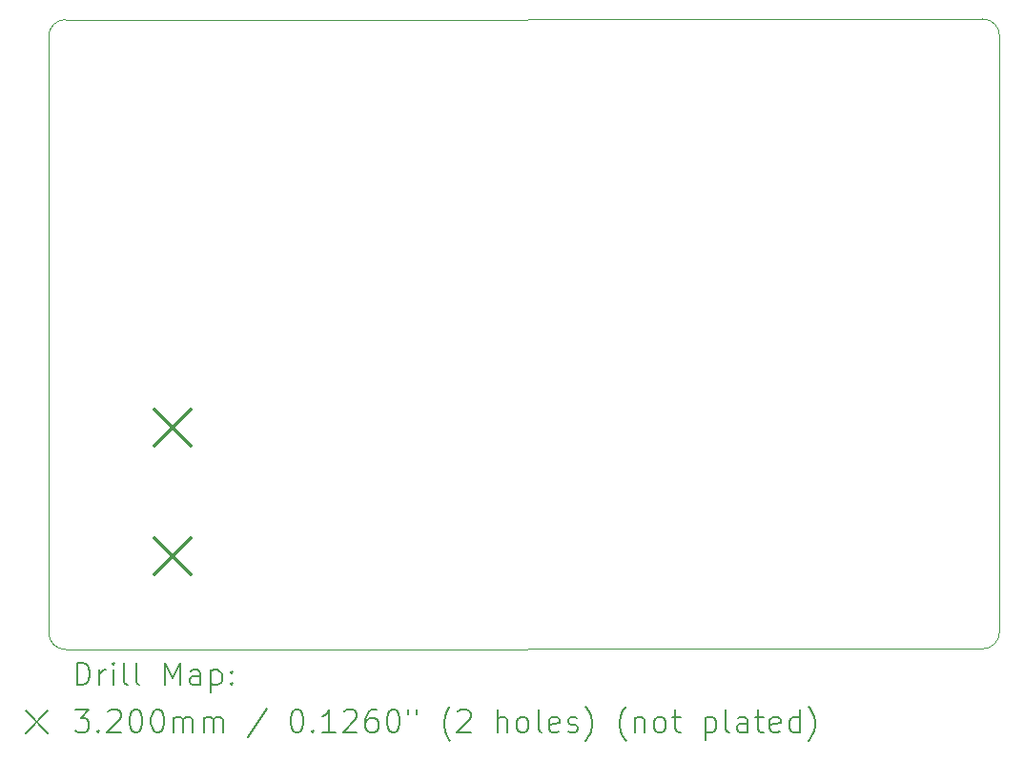
<source format=gbr>
%TF.GenerationSoftware,KiCad,Pcbnew,(6.0.7)*%
%TF.CreationDate,2022-10-09T17:30:23-05:00*%
%TF.ProjectId,ScareBanger_PCB,53636172-6542-4616-9e67-65725f504342,rev?*%
%TF.SameCoordinates,Original*%
%TF.FileFunction,Drillmap*%
%TF.FilePolarity,Positive*%
%FSLAX45Y45*%
G04 Gerber Fmt 4.5, Leading zero omitted, Abs format (unit mm)*
G04 Created by KiCad (PCBNEW (6.0.7)) date 2022-10-09 17:30:23*
%MOMM*%
%LPD*%
G01*
G04 APERTURE LIST*
%ADD10C,0.100000*%
%ADD11C,0.200000*%
%ADD12C,0.320000*%
G04 APERTURE END LIST*
D10*
X18543934Y-8743934D02*
G75*
G03*
X18393934Y-8593934I-150000J0D01*
G01*
X10100000Y-14050000D02*
G75*
G03*
X10250000Y-14200000I150000J0D01*
G01*
X18393934Y-14193934D02*
X10250000Y-14200000D01*
X10100000Y-14050000D02*
X10100000Y-8750000D01*
X10250000Y-8600000D02*
X18393934Y-8593934D01*
X10250000Y-8600000D02*
G75*
G03*
X10100000Y-8750000I0J-150000D01*
G01*
X18393934Y-14193934D02*
G75*
G03*
X18543934Y-14043934I0J150000D01*
G01*
X18543934Y-8743934D02*
X18543934Y-14043934D01*
D11*
D12*
X11043400Y-12070100D02*
X11363400Y-12390100D01*
X11363400Y-12070100D02*
X11043400Y-12390100D01*
X11043400Y-13213100D02*
X11363400Y-13533100D01*
X11363400Y-13213100D02*
X11043400Y-13533100D01*
D11*
X10352619Y-14515476D02*
X10352619Y-14315476D01*
X10400238Y-14315476D01*
X10428810Y-14325000D01*
X10447857Y-14344048D01*
X10457381Y-14363095D01*
X10466905Y-14401190D01*
X10466905Y-14429762D01*
X10457381Y-14467857D01*
X10447857Y-14486905D01*
X10428810Y-14505952D01*
X10400238Y-14515476D01*
X10352619Y-14515476D01*
X10552619Y-14515476D02*
X10552619Y-14382143D01*
X10552619Y-14420238D02*
X10562143Y-14401190D01*
X10571667Y-14391667D01*
X10590714Y-14382143D01*
X10609762Y-14382143D01*
X10676429Y-14515476D02*
X10676429Y-14382143D01*
X10676429Y-14315476D02*
X10666905Y-14325000D01*
X10676429Y-14334524D01*
X10685952Y-14325000D01*
X10676429Y-14315476D01*
X10676429Y-14334524D01*
X10800238Y-14515476D02*
X10781190Y-14505952D01*
X10771667Y-14486905D01*
X10771667Y-14315476D01*
X10905000Y-14515476D02*
X10885952Y-14505952D01*
X10876429Y-14486905D01*
X10876429Y-14315476D01*
X11133571Y-14515476D02*
X11133571Y-14315476D01*
X11200238Y-14458333D01*
X11266905Y-14315476D01*
X11266905Y-14515476D01*
X11447857Y-14515476D02*
X11447857Y-14410714D01*
X11438333Y-14391667D01*
X11419286Y-14382143D01*
X11381190Y-14382143D01*
X11362143Y-14391667D01*
X11447857Y-14505952D02*
X11428809Y-14515476D01*
X11381190Y-14515476D01*
X11362143Y-14505952D01*
X11352619Y-14486905D01*
X11352619Y-14467857D01*
X11362143Y-14448809D01*
X11381190Y-14439286D01*
X11428809Y-14439286D01*
X11447857Y-14429762D01*
X11543095Y-14382143D02*
X11543095Y-14582143D01*
X11543095Y-14391667D02*
X11562143Y-14382143D01*
X11600238Y-14382143D01*
X11619286Y-14391667D01*
X11628809Y-14401190D01*
X11638333Y-14420238D01*
X11638333Y-14477381D01*
X11628809Y-14496428D01*
X11619286Y-14505952D01*
X11600238Y-14515476D01*
X11562143Y-14515476D01*
X11543095Y-14505952D01*
X11724048Y-14496428D02*
X11733571Y-14505952D01*
X11724048Y-14515476D01*
X11714524Y-14505952D01*
X11724048Y-14496428D01*
X11724048Y-14515476D01*
X11724048Y-14391667D02*
X11733571Y-14401190D01*
X11724048Y-14410714D01*
X11714524Y-14401190D01*
X11724048Y-14391667D01*
X11724048Y-14410714D01*
X9895000Y-14745000D02*
X10095000Y-14945000D01*
X10095000Y-14745000D02*
X9895000Y-14945000D01*
X10333571Y-14735476D02*
X10457381Y-14735476D01*
X10390714Y-14811667D01*
X10419286Y-14811667D01*
X10438333Y-14821190D01*
X10447857Y-14830714D01*
X10457381Y-14849762D01*
X10457381Y-14897381D01*
X10447857Y-14916428D01*
X10438333Y-14925952D01*
X10419286Y-14935476D01*
X10362143Y-14935476D01*
X10343095Y-14925952D01*
X10333571Y-14916428D01*
X10543095Y-14916428D02*
X10552619Y-14925952D01*
X10543095Y-14935476D01*
X10533571Y-14925952D01*
X10543095Y-14916428D01*
X10543095Y-14935476D01*
X10628810Y-14754524D02*
X10638333Y-14745000D01*
X10657381Y-14735476D01*
X10705000Y-14735476D01*
X10724048Y-14745000D01*
X10733571Y-14754524D01*
X10743095Y-14773571D01*
X10743095Y-14792619D01*
X10733571Y-14821190D01*
X10619286Y-14935476D01*
X10743095Y-14935476D01*
X10866905Y-14735476D02*
X10885952Y-14735476D01*
X10905000Y-14745000D01*
X10914524Y-14754524D01*
X10924048Y-14773571D01*
X10933571Y-14811667D01*
X10933571Y-14859286D01*
X10924048Y-14897381D01*
X10914524Y-14916428D01*
X10905000Y-14925952D01*
X10885952Y-14935476D01*
X10866905Y-14935476D01*
X10847857Y-14925952D01*
X10838333Y-14916428D01*
X10828810Y-14897381D01*
X10819286Y-14859286D01*
X10819286Y-14811667D01*
X10828810Y-14773571D01*
X10838333Y-14754524D01*
X10847857Y-14745000D01*
X10866905Y-14735476D01*
X11057381Y-14735476D02*
X11076429Y-14735476D01*
X11095476Y-14745000D01*
X11105000Y-14754524D01*
X11114524Y-14773571D01*
X11124048Y-14811667D01*
X11124048Y-14859286D01*
X11114524Y-14897381D01*
X11105000Y-14916428D01*
X11095476Y-14925952D01*
X11076429Y-14935476D01*
X11057381Y-14935476D01*
X11038333Y-14925952D01*
X11028810Y-14916428D01*
X11019286Y-14897381D01*
X11009762Y-14859286D01*
X11009762Y-14811667D01*
X11019286Y-14773571D01*
X11028810Y-14754524D01*
X11038333Y-14745000D01*
X11057381Y-14735476D01*
X11209762Y-14935476D02*
X11209762Y-14802143D01*
X11209762Y-14821190D02*
X11219286Y-14811667D01*
X11238333Y-14802143D01*
X11266905Y-14802143D01*
X11285952Y-14811667D01*
X11295476Y-14830714D01*
X11295476Y-14935476D01*
X11295476Y-14830714D02*
X11305000Y-14811667D01*
X11324048Y-14802143D01*
X11352619Y-14802143D01*
X11371667Y-14811667D01*
X11381190Y-14830714D01*
X11381190Y-14935476D01*
X11476428Y-14935476D02*
X11476428Y-14802143D01*
X11476428Y-14821190D02*
X11485952Y-14811667D01*
X11505000Y-14802143D01*
X11533571Y-14802143D01*
X11552619Y-14811667D01*
X11562143Y-14830714D01*
X11562143Y-14935476D01*
X11562143Y-14830714D02*
X11571667Y-14811667D01*
X11590714Y-14802143D01*
X11619286Y-14802143D01*
X11638333Y-14811667D01*
X11647857Y-14830714D01*
X11647857Y-14935476D01*
X12038333Y-14725952D02*
X11866905Y-14983095D01*
X12295476Y-14735476D02*
X12314524Y-14735476D01*
X12333571Y-14745000D01*
X12343095Y-14754524D01*
X12352619Y-14773571D01*
X12362143Y-14811667D01*
X12362143Y-14859286D01*
X12352619Y-14897381D01*
X12343095Y-14916428D01*
X12333571Y-14925952D01*
X12314524Y-14935476D01*
X12295476Y-14935476D01*
X12276428Y-14925952D01*
X12266905Y-14916428D01*
X12257381Y-14897381D01*
X12247857Y-14859286D01*
X12247857Y-14811667D01*
X12257381Y-14773571D01*
X12266905Y-14754524D01*
X12276428Y-14745000D01*
X12295476Y-14735476D01*
X12447857Y-14916428D02*
X12457381Y-14925952D01*
X12447857Y-14935476D01*
X12438333Y-14925952D01*
X12447857Y-14916428D01*
X12447857Y-14935476D01*
X12647857Y-14935476D02*
X12533571Y-14935476D01*
X12590714Y-14935476D02*
X12590714Y-14735476D01*
X12571667Y-14764048D01*
X12552619Y-14783095D01*
X12533571Y-14792619D01*
X12724048Y-14754524D02*
X12733571Y-14745000D01*
X12752619Y-14735476D01*
X12800238Y-14735476D01*
X12819286Y-14745000D01*
X12828809Y-14754524D01*
X12838333Y-14773571D01*
X12838333Y-14792619D01*
X12828809Y-14821190D01*
X12714524Y-14935476D01*
X12838333Y-14935476D01*
X13009762Y-14735476D02*
X12971667Y-14735476D01*
X12952619Y-14745000D01*
X12943095Y-14754524D01*
X12924048Y-14783095D01*
X12914524Y-14821190D01*
X12914524Y-14897381D01*
X12924048Y-14916428D01*
X12933571Y-14925952D01*
X12952619Y-14935476D01*
X12990714Y-14935476D01*
X13009762Y-14925952D01*
X13019286Y-14916428D01*
X13028809Y-14897381D01*
X13028809Y-14849762D01*
X13019286Y-14830714D01*
X13009762Y-14821190D01*
X12990714Y-14811667D01*
X12952619Y-14811667D01*
X12933571Y-14821190D01*
X12924048Y-14830714D01*
X12914524Y-14849762D01*
X13152619Y-14735476D02*
X13171667Y-14735476D01*
X13190714Y-14745000D01*
X13200238Y-14754524D01*
X13209762Y-14773571D01*
X13219286Y-14811667D01*
X13219286Y-14859286D01*
X13209762Y-14897381D01*
X13200238Y-14916428D01*
X13190714Y-14925952D01*
X13171667Y-14935476D01*
X13152619Y-14935476D01*
X13133571Y-14925952D01*
X13124048Y-14916428D01*
X13114524Y-14897381D01*
X13105000Y-14859286D01*
X13105000Y-14811667D01*
X13114524Y-14773571D01*
X13124048Y-14754524D01*
X13133571Y-14745000D01*
X13152619Y-14735476D01*
X13295476Y-14735476D02*
X13295476Y-14773571D01*
X13371667Y-14735476D02*
X13371667Y-14773571D01*
X13666905Y-15011667D02*
X13657381Y-15002143D01*
X13638333Y-14973571D01*
X13628809Y-14954524D01*
X13619286Y-14925952D01*
X13609762Y-14878333D01*
X13609762Y-14840238D01*
X13619286Y-14792619D01*
X13628809Y-14764048D01*
X13638333Y-14745000D01*
X13657381Y-14716428D01*
X13666905Y-14706905D01*
X13733571Y-14754524D02*
X13743095Y-14745000D01*
X13762143Y-14735476D01*
X13809762Y-14735476D01*
X13828809Y-14745000D01*
X13838333Y-14754524D01*
X13847857Y-14773571D01*
X13847857Y-14792619D01*
X13838333Y-14821190D01*
X13724048Y-14935476D01*
X13847857Y-14935476D01*
X14085952Y-14935476D02*
X14085952Y-14735476D01*
X14171667Y-14935476D02*
X14171667Y-14830714D01*
X14162143Y-14811667D01*
X14143095Y-14802143D01*
X14114524Y-14802143D01*
X14095476Y-14811667D01*
X14085952Y-14821190D01*
X14295476Y-14935476D02*
X14276428Y-14925952D01*
X14266905Y-14916428D01*
X14257381Y-14897381D01*
X14257381Y-14840238D01*
X14266905Y-14821190D01*
X14276428Y-14811667D01*
X14295476Y-14802143D01*
X14324048Y-14802143D01*
X14343095Y-14811667D01*
X14352619Y-14821190D01*
X14362143Y-14840238D01*
X14362143Y-14897381D01*
X14352619Y-14916428D01*
X14343095Y-14925952D01*
X14324048Y-14935476D01*
X14295476Y-14935476D01*
X14476428Y-14935476D02*
X14457381Y-14925952D01*
X14447857Y-14906905D01*
X14447857Y-14735476D01*
X14628809Y-14925952D02*
X14609762Y-14935476D01*
X14571667Y-14935476D01*
X14552619Y-14925952D01*
X14543095Y-14906905D01*
X14543095Y-14830714D01*
X14552619Y-14811667D01*
X14571667Y-14802143D01*
X14609762Y-14802143D01*
X14628809Y-14811667D01*
X14638333Y-14830714D01*
X14638333Y-14849762D01*
X14543095Y-14868809D01*
X14714524Y-14925952D02*
X14733571Y-14935476D01*
X14771667Y-14935476D01*
X14790714Y-14925952D01*
X14800238Y-14906905D01*
X14800238Y-14897381D01*
X14790714Y-14878333D01*
X14771667Y-14868809D01*
X14743095Y-14868809D01*
X14724048Y-14859286D01*
X14714524Y-14840238D01*
X14714524Y-14830714D01*
X14724048Y-14811667D01*
X14743095Y-14802143D01*
X14771667Y-14802143D01*
X14790714Y-14811667D01*
X14866905Y-15011667D02*
X14876428Y-15002143D01*
X14895476Y-14973571D01*
X14905000Y-14954524D01*
X14914524Y-14925952D01*
X14924048Y-14878333D01*
X14924048Y-14840238D01*
X14914524Y-14792619D01*
X14905000Y-14764048D01*
X14895476Y-14745000D01*
X14876428Y-14716428D01*
X14866905Y-14706905D01*
X15228809Y-15011667D02*
X15219286Y-15002143D01*
X15200238Y-14973571D01*
X15190714Y-14954524D01*
X15181190Y-14925952D01*
X15171667Y-14878333D01*
X15171667Y-14840238D01*
X15181190Y-14792619D01*
X15190714Y-14764048D01*
X15200238Y-14745000D01*
X15219286Y-14716428D01*
X15228809Y-14706905D01*
X15305000Y-14802143D02*
X15305000Y-14935476D01*
X15305000Y-14821190D02*
X15314524Y-14811667D01*
X15333571Y-14802143D01*
X15362143Y-14802143D01*
X15381190Y-14811667D01*
X15390714Y-14830714D01*
X15390714Y-14935476D01*
X15514524Y-14935476D02*
X15495476Y-14925952D01*
X15485952Y-14916428D01*
X15476428Y-14897381D01*
X15476428Y-14840238D01*
X15485952Y-14821190D01*
X15495476Y-14811667D01*
X15514524Y-14802143D01*
X15543095Y-14802143D01*
X15562143Y-14811667D01*
X15571667Y-14821190D01*
X15581190Y-14840238D01*
X15581190Y-14897381D01*
X15571667Y-14916428D01*
X15562143Y-14925952D01*
X15543095Y-14935476D01*
X15514524Y-14935476D01*
X15638333Y-14802143D02*
X15714524Y-14802143D01*
X15666905Y-14735476D02*
X15666905Y-14906905D01*
X15676428Y-14925952D01*
X15695476Y-14935476D01*
X15714524Y-14935476D01*
X15933571Y-14802143D02*
X15933571Y-15002143D01*
X15933571Y-14811667D02*
X15952619Y-14802143D01*
X15990714Y-14802143D01*
X16009762Y-14811667D01*
X16019286Y-14821190D01*
X16028809Y-14840238D01*
X16028809Y-14897381D01*
X16019286Y-14916428D01*
X16009762Y-14925952D01*
X15990714Y-14935476D01*
X15952619Y-14935476D01*
X15933571Y-14925952D01*
X16143095Y-14935476D02*
X16124048Y-14925952D01*
X16114524Y-14906905D01*
X16114524Y-14735476D01*
X16305000Y-14935476D02*
X16305000Y-14830714D01*
X16295476Y-14811667D01*
X16276428Y-14802143D01*
X16238333Y-14802143D01*
X16219286Y-14811667D01*
X16305000Y-14925952D02*
X16285952Y-14935476D01*
X16238333Y-14935476D01*
X16219286Y-14925952D01*
X16209762Y-14906905D01*
X16209762Y-14887857D01*
X16219286Y-14868809D01*
X16238333Y-14859286D01*
X16285952Y-14859286D01*
X16305000Y-14849762D01*
X16371667Y-14802143D02*
X16447857Y-14802143D01*
X16400238Y-14735476D02*
X16400238Y-14906905D01*
X16409762Y-14925952D01*
X16428809Y-14935476D01*
X16447857Y-14935476D01*
X16590714Y-14925952D02*
X16571667Y-14935476D01*
X16533571Y-14935476D01*
X16514524Y-14925952D01*
X16505000Y-14906905D01*
X16505000Y-14830714D01*
X16514524Y-14811667D01*
X16533571Y-14802143D01*
X16571667Y-14802143D01*
X16590714Y-14811667D01*
X16600238Y-14830714D01*
X16600238Y-14849762D01*
X16505000Y-14868809D01*
X16771667Y-14935476D02*
X16771667Y-14735476D01*
X16771667Y-14925952D02*
X16752619Y-14935476D01*
X16714524Y-14935476D01*
X16695476Y-14925952D01*
X16685952Y-14916428D01*
X16676428Y-14897381D01*
X16676428Y-14840238D01*
X16685952Y-14821190D01*
X16695476Y-14811667D01*
X16714524Y-14802143D01*
X16752619Y-14802143D01*
X16771667Y-14811667D01*
X16847857Y-15011667D02*
X16857381Y-15002143D01*
X16876429Y-14973571D01*
X16885952Y-14954524D01*
X16895476Y-14925952D01*
X16905000Y-14878333D01*
X16905000Y-14840238D01*
X16895476Y-14792619D01*
X16885952Y-14764048D01*
X16876429Y-14745000D01*
X16857381Y-14716428D01*
X16847857Y-14706905D01*
M02*

</source>
